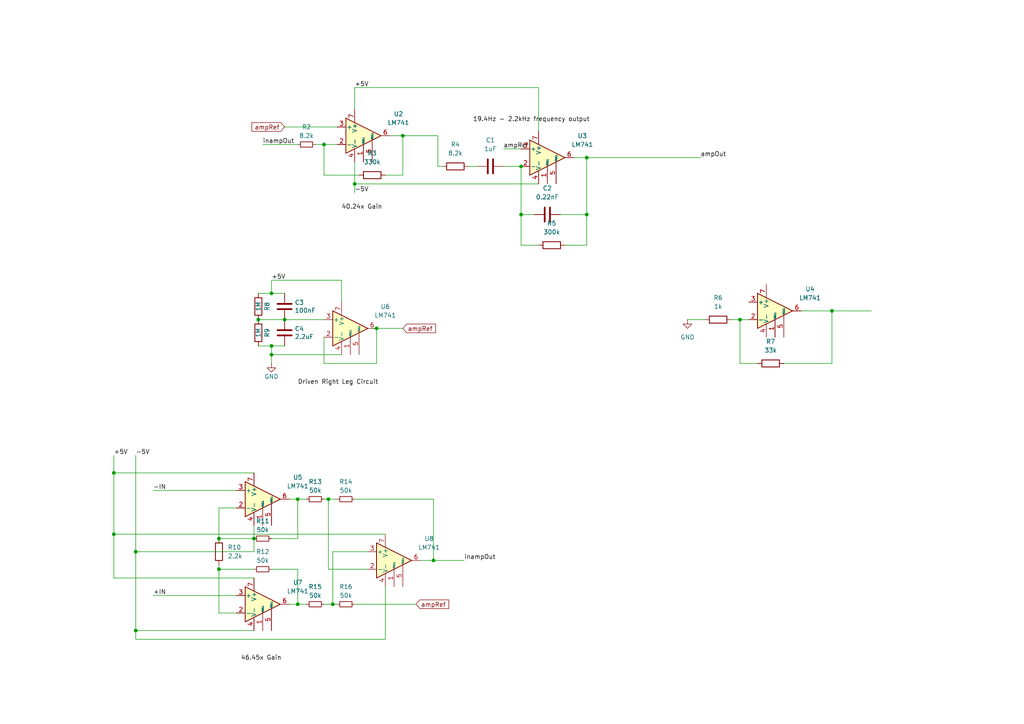
<source format=kicad_sch>
(kicad_sch (version 20231120) (generator "eeschema") (generator_version "8.0")
  (paper "A4")
  (lib_symbols
    (symbol "Amplifier_Operational:LM741" (pin_names (offset 0.127))
      (property "Reference" "U" (at 0 6.35 0))
      (property "Value" "LM741" (at 0 3.81 0))
      (symbol "LM741_0_1"
        (polyline (pts (xy -5.08 5.08) (xy 5.08 0) (xy -5.08 -5.08) (xy -5.08 5.08)) (stroke (width 0.254)) (fill (type background)))
      )
      (symbol "LM741_1_1"
        (pin input line (at 0 -7.62 90) (length 5.08) (name "NULL") (number "1"))
        (pin input line (at -7.62 -2.54 0) (length 2.54) (name "-") (number "2"))
        (pin input line (at -7.62 2.54 0) (length 2.54) (name "+") (number "3"))
        (pin power_in line (at -2.54 -7.62 90) (length 3.81) (name "V-") (number "4"))
        (pin input line (at 2.54 -7.62 90) (length 6.35) (name "NULL") (number "5"))
        (pin output line (at 7.62 0 180) (length 2.54) (name "~") (number "6"))
        (pin power_in line (at -2.54 7.62 270) (length 3.81) (name "V+") (number "7"))
        (pin no_connect line (at 0 2.54 270) (length 2.54) hide (name "NC") (number "8"))
      )
    )
    (symbol "Device:C" (pin_numbers hide) (pin_names (offset 0.254))
      (property "Reference" "C" (at 0.635 2.54 0))
      (property "Value" "C" (at 0.635 -2.54 0))
      (symbol "C_0_1"
        (polyline (pts (xy -2.032 -0.762) (xy 2.032 -0.762)) (stroke (width 0.508)))
        (polyline (pts (xy -2.032 0.762) (xy 2.032 0.762)) (stroke (width 0.508)))
      )
      (symbol "C_1_1"
        (pin passive line (at 0 3.81 270) (length 2.794) (name "~") (number "1"))
        (pin passive line (at 0 -3.81 90) (length 2.794) (name "~") (number "2"))
      )
    )
    (symbol "Device:R" (pin_numbers hide) (pin_names (offset 0))
      (property "Reference" "R" (at 2.032 0 90))
      (property "Value" "R" (at 0 0 90))
      (symbol "R_0_1"
        (rectangle (start -1.016 -2.54) (end 1.016 2.54) (stroke (width 0.254)))
      )
      (symbol "R_1_1"
        (pin passive line (at 0 3.81 270) (length 1.27) (name "~") (number "1"))
        (pin passive line (at 0 -3.81 90) (length 1.27) (name "~") (number "2"))
      )
    )
    (symbol "Device:R_Small" (pin_numbers hide) (pin_names (offset 0.254) hide)
      (property "Reference" "R" (at 0.762 0.508 0))
      (property "Value" "R_Small" (at 0.762 -1.016 0))
      (symbol "R_Small_0_1"
        (rectangle (start -0.762 1.778) (end 0.762 -1.778) (stroke (width 0.2032)))
      )
      (symbol "R_Small_1_1"
        (pin passive line (at 0 2.54 270) (length 0.762) (name "~") (number "1"))
        (pin passive line (at 0 -2.54 90) (length 0.762) (name "~") (number "2"))
      )
    )
    (symbol "power:GND" (power) (pin_numbers hide) (pin_names (offset 0) hide)
      (property "Value" "GND" (at 0 -3.81 0))
      (symbol "GND_0_1"
        (polyline (pts (xy 0 0) (xy 0 -1.27) (xy 1.27 -1.27) (xy 0 -2.54) (xy -1.27 -1.27) (xy 0 -1.27)))
      )
      (symbol "GND_1_1"
        (pin power_in line (at 0 0 270) (length 0) (name "~") (number "1"))
      )
    )
  )
  (junction (at 63.5 156.21))
  (junction (at 109.22 95.25))
  (junction (at 151.13 48.26))
  (junction (at 33.02 137.16))
  (junction (at 116.84 39.37))
  (junction (at 73.66 156.21))
  (junction (at 214.63 92.71))
  (junction (at 82.55 92.71))
  (junction (at 78.74 100.33))
  (junction (at 151.13 62.23))
  (junction (at 125.73 162.56))
  (junction (at 86.36 175.26))
  (junction (at 95.25 144.78))
  (junction (at 102.87 53.34))
  (junction (at 93.98 41.91))
  (junction (at 170.18 45.72))
  (junction (at 241.3 90.17))
  (junction (at 78.74 102.87))
  (junction (at 86.36 144.78))
  (junction (at 74.93 92.71))
  (junction (at 170.18 62.23))
  (junction (at 33.02 154.94))
  (junction (at 78.74 85.09))
  (junction (at 63.5 165.1))
  (junction (at 96.52 175.26))
  (junction (at 39.37 182.88))
  (junction (at 39.37 160.02))
  (wire (pts (xy 78.74 165.1) (xy 86.36 165.1)))
  (wire (pts (xy 86.36 144.78) (xy 88.9 144.78)))
  (wire (pts (xy 106.68 165.1) (xy 95.25 165.1)))
  (wire (pts (xy 86.36 175.26) (xy 88.9 175.26)))
  (wire (pts (xy 102.87 31.75) (xy 102.87 25.4)))
  (wire (pts (xy 99.06 81.28) (xy 78.74 81.28)))
  (wire (pts (xy 170.18 71.12) (xy 170.18 62.23)))
  (wire (pts (xy 96.52 175.26) (xy 97.79 175.26)))
  (wire (pts (xy 121.92 162.56) (xy 125.73 162.56)))
  (wire (pts (xy 241.3 105.41) (xy 241.3 90.17)))
  (wire (pts (xy 232.41 90.17) (xy 241.3 90.17)))
  (wire (pts (xy 33.02 154.94) (xy 111.76 154.94)))
  (wire (pts (xy 78.74 156.21) (xy 86.36 156.21)))
  (wire (pts (xy 39.37 185.42) (xy 111.76 185.42)))
  (wire (pts (xy 151.13 43.18) (xy 146.05 43.18)))
  (wire (pts (xy 170.18 62.23) (xy 170.18 45.72)))
  (wire (pts (xy 91.44 41.91) (xy 93.98 41.91)))
  (wire (pts (xy 93.98 175.26) (xy 96.52 175.26)))
  (wire (pts (xy 99.06 87.63) (xy 99.06 81.28)))
  (wire (pts (xy 125.73 162.56) (xy 134.62 162.56)))
  (wire (pts (xy 78.74 105.41) (xy 78.74 102.87)))
  (wire (pts (xy 82.55 92.71) (xy 93.98 92.71)))
  (wire (pts (xy 76.2 41.91) (xy 86.36 41.91)))
  (wire (pts (xy 102.87 144.78) (xy 125.73 144.78)))
  (wire (pts (xy 127 48.26) (xy 128.27 48.26)))
  (wire (pts (xy 111.76 50.8) (xy 116.84 50.8)))
  (wire (pts (xy 109.22 105.41) (xy 109.22 95.25)))
  (wire (pts (xy 166.37 45.72) (xy 170.18 45.72)))
  (wire (pts (xy 44.45 142.24) (xy 68.58 142.24)))
  (wire (pts (xy 39.37 160.02) (xy 39.37 182.88)))
  (wire (pts (xy 73.66 156.21) (xy 73.66 160.02)))
  (wire (pts (xy 33.02 167.64) (xy 73.66 167.64)))
  (wire (pts (xy 39.37 160.02) (xy 73.66 160.02)))
  (wire (pts (xy 83.82 175.26) (xy 86.36 175.26)))
  (wire (pts (xy 93.98 97.79) (xy 93.98 105.41)))
  (wire (pts (xy 82.55 36.83) (xy 97.79 36.83)))
  (wire (pts (xy 109.22 95.25) (xy 107.95 95.25)))
  (wire (pts (xy 33.02 137.16) (xy 33.02 154.94)))
  (wire (pts (xy 78.74 81.28) (xy 78.74 85.09)))
  (wire (pts (xy 63.5 163.83) (xy 63.5 165.1)))
  (wire (pts (xy 125.73 144.78) (xy 125.73 162.56)))
  (wire (pts (xy 63.5 147.32) (xy 63.5 156.21)))
  (wire (pts (xy 163.83 71.12) (xy 170.18 71.12)))
  (wire (pts (xy 63.5 165.1) (xy 73.66 165.1)))
  (wire (pts (xy 212.09 92.71) (xy 214.63 92.71)))
  (wire (pts (xy 135.89 48.26) (xy 138.43 48.26)))
  (wire (pts (xy 39.37 182.88) (xy 39.37 185.42)))
  (wire (pts (xy 102.87 46.99) (xy 102.87 53.34)))
  (wire (pts (xy 78.74 85.09) (xy 82.55 85.09)))
  (wire (pts (xy 104.14 50.8) (xy 93.98 50.8)))
  (wire (pts (xy 156.21 38.1) (xy 156.21 25.4)))
  (wire (pts (xy 162.56 62.23) (xy 170.18 62.23)))
  (wire (pts (xy 44.45 172.72) (xy 68.58 172.72)))
  (wire (pts (xy 116.84 39.37) (xy 116.84 50.8)))
  (wire (pts (xy 78.74 102.87) (xy 78.74 100.33)))
  (wire (pts (xy 151.13 62.23) (xy 151.13 71.12)))
  (wire (pts (xy 170.18 45.72) (xy 203.2 45.72)))
  (wire (pts (xy 78.74 100.33) (xy 82.55 100.33)))
  (wire (pts (xy 96.52 160.02) (xy 96.52 175.26)))
  (wire (pts (xy 146.05 48.26) (xy 151.13 48.26)))
  (wire (pts (xy 102.87 53.34) (xy 102.87 55.88)))
  (wire (pts (xy 113.03 39.37) (xy 116.84 39.37)))
  (wire (pts (xy 68.58 147.32) (xy 63.5 147.32)))
  (wire (pts (xy 116.84 39.37) (xy 127 39.37)))
  (wire (pts (xy 68.58 177.8) (xy 63.5 177.8)))
  (wire (pts (xy 74.93 92.71) (xy 82.55 92.71)))
  (wire (pts (xy 73.66 137.16) (xy 33.02 137.16)))
  (wire (pts (xy 151.13 62.23) (xy 154.94 62.23)))
  (wire (pts (xy 63.5 156.21) (xy 73.66 156.21)))
  (wire (pts (xy 219.71 105.41) (xy 214.63 105.41)))
  (wire (pts (xy 86.36 165.1) (xy 86.36 175.26)))
  (wire (pts (xy 83.82 144.78) (xy 86.36 144.78)))
  (wire (pts (xy 78.74 102.87) (xy 99.06 102.87)))
  (wire (pts (xy 156.21 71.12) (xy 151.13 71.12)))
  (wire (pts (xy 116.84 95.25) (xy 109.22 95.25)))
  (wire (pts (xy 86.36 156.21) (xy 86.36 144.78)))
  (wire (pts (xy 214.63 92.71) (xy 217.17 92.71)))
  (wire (pts (xy 39.37 132.08) (xy 39.37 160.02)))
  (wire (pts (xy 74.93 100.33) (xy 78.74 100.33)))
  (wire (pts (xy 111.76 170.18) (xy 111.76 185.42)))
  (wire (pts (xy 39.37 182.88) (xy 73.66 182.88)))
  (wire (pts (xy 95.25 144.78) (xy 97.79 144.78)))
  (wire (pts (xy 63.5 156.21) (xy 63.5 157.48)))
  (wire (pts (xy 151.13 48.26) (xy 151.13 62.23)))
  (wire (pts (xy 73.66 152.4) (xy 73.66 156.21)))
  (wire (pts (xy 241.3 90.17) (xy 252.73 90.17)))
  (wire (pts (xy 95.25 165.1) (xy 95.25 144.78)))
  (wire (pts (xy 199.39 92.71) (xy 204.47 92.71)))
  (wire (pts (xy 93.98 144.78) (xy 95.25 144.78)))
  (wire (pts (xy 74.93 85.09) (xy 78.74 85.09)))
  (wire (pts (xy 33.02 132.08) (xy 33.02 137.16)))
  (wire (pts (xy 93.98 50.8) (xy 93.98 41.91)))
  (wire (pts (xy 127 39.37) (xy 127 48.26)))
  (wire (pts (xy 93.98 41.91) (xy 97.79 41.91)))
  (wire (pts (xy 93.98 105.41) (xy 109.22 105.41)))
  (wire (pts (xy 102.87 175.26) (xy 120.65 175.26)))
  (wire (pts (xy 156.21 53.34) (xy 102.87 53.34)))
  (wire (pts (xy 33.02 154.94) (xy 33.02 167.64)))
  (wire (pts (xy 106.68 160.02) (xy 96.52 160.02)))
  (wire (pts (xy 156.21 25.4) (xy 102.87 25.4)))
  (wire (pts (xy 63.5 177.8) (xy 63.5 165.1)))
  (wire (pts (xy 214.63 105.41) (xy 214.63 92.71)))
  (wire (pts (xy 227.33 105.41) (xy 241.3 105.41)))
  (label "ampRef" (at 146.05 43.18 0))
  (label "inampOut" (at 76.2 41.91 0))
  (label "+5V" (at 33.02 132.08 0))
  (label "inampOut" (at 134.62 162.56 0))
  (label "Driven Right Leg Circuit" (at 86.36 111.76 0))
  (label "ampOut" (at 203.2 45.72 0))
  (label "+5V" (at 102.87 25.4 0))
  (label "46.45x Gain" (at 69.85 191.77 0))
  (label "-IN " (at 44.45 142.24 0))
  (label "19.4Hz - 2.2kHz frequency output" (at 137.16 35.56 0))
  (label "+IN" (at 44.45 172.72 0))
  (label "-5V" (at 39.37 132.08 0))
  (label "40.24x Gain" (at 99.06 60.96 0))
  (label "+5V" (at 78.74 81.28 0))
  (label "-5V" (at 102.87 55.88 0))
  (global_label "ampRef" (shape input) (at 120.65 175.26 0) (property "Intersheetrefs" "${INTERSHEET_REFS}" (effects (hide yes))))
  (global_label "ampRef" (shape input) (at 82.55 36.83 180) (property "Intersheetrefs" "${INTERSHEET_REFS}" (effects (hide yes))))
  (global_label "ampRef" (shape input) (at 116.84 95.25 0) (property "Intersheetrefs" "${INTERSHEET_REFS}" (effects (hide yes))))
  (symbol (lib_id "Device:R") (at 160.02 71.12 90) (unit 1)
    (property "Reference" "R5" (at 160.02 64.77 90))
    (property "Value" "300k" (at 160.02 67.31 90))
    (property "Description" "Resistor" (effects (hide yes)))
  )
  (symbol (lib_id "power:GND") (at 78.74 105.41 0) (unit 1)
    (property "Reference" "#PWR05" (effects (hide yes)))
    (property "Value" "GND" (at 78.74 109.22 0))
  )
  (symbol (lib_id "Amplifier_Operational:LM741") (at 105.41 39.37 0) (unit 1)
    (property "Reference" "U2" (at 115.57 33.0514 0))
    (property "Value" "LM741" (at 115.57 35.5914 0))
    (property "Datasheet" "http://www.ti.com/lit/ds/symlink/lm741.pdf" (effects (hide yes)))
    (property "Description" "Operational Amplifier, DIP-8/TO-99-8" (effects (hide yes)))
  )
  (symbol (lib_id "Device:R_Small") (at 76.2 165.1 90) (unit 1)
    (property "Reference" "R12" (at 76.2 160.02 90))
    (property "Value" "50k" (at 76.2 162.56 90))
    (property "Description" "Resistor, small symbol" (effects (hide yes)))
  )
  (symbol (lib_id "Device:R") (at 74.93 88.9 180) (unit 1)
    (property "Reference" "R8" (at 77.47 88.9 90))
    (property "Value" "1M" (at 74.93 88.9 90))
    (property "Footprint" "Resistor_SMD:R_0805_2012Metric_Pad1.20x1.40mm_HandSolder" (effects (hide yes)))
  )
  (symbol (lib_id "Device:R_Small") (at 76.2 156.21 90) (unit 1)
    (property "Reference" "R11" (at 76.2 151.13 90))
    (property "Value" "50k" (at 76.2 153.67 90))
    (property "Description" "Resistor, small symbol" (effects (hide yes)))
  )
  (symbol (lib_id "Device:C") (at 158.75 62.23 270) (unit 1)
    (property "Reference" "C2" (at 158.75 54.61 90))
    (property "Value" "0.22nF" (at 158.75 57.15 90))
    (property "Description" "Unpolarized capacitor" (effects (hide yes)))
  )
  (symbol (lib_id "Device:C") (at 82.55 88.9 180) (unit 1)
    (property "Reference" "C3" (at 85.471 87.7316 0) (effects (justify right)))
    (property "Value" "100nF" (at 85.471 90.043 0) (effects (justify right)))
    (property "Footprint" "Capacitor_SMD:C_0805_2012Metric_Pad1.18x1.45mm_HandSolder" (effects (hide yes)))
  )
  (symbol (lib_id "Device:R") (at 223.52 105.41 90) (unit 1)
    (property "Reference" "R7" (at 223.52 99.06 90))
    (property "Value" "33k" (at 223.52 101.6 90))
    (property "Description" "Resistor" (effects (hide yes)))
  )
  (symbol (lib_id "Device:R_Small") (at 100.33 175.26 90) (unit 1)
    (property "Reference" "R16" (at 100.33 170.18 90))
    (property "Value" "50k" (at 100.33 172.72 90))
    (property "Description" "Resistor, small symbol" (effects (hide yes)))
  )
  (symbol (lib_id "Device:C") (at 142.24 48.26 90) (unit 1)
    (property "Reference" "C1" (at 142.24 40.64 90))
    (property "Value" "1uF" (at 142.24 43.18 90))
    (property "Description" "Unpolarized capacitor" (effects (hide yes)))
  )
  (symbol (lib_id "power:GND") (at 199.39 92.71 0) (unit 1)
    (property "Reference" "#PWR02" (effects (hide yes)))
    (property "Value" "GND" (at 199.39 97.79 0))
    (property "Description" "Power symbol creates a global label with name \"GND\" , ground" (effects (hide yes)))
  )
  (symbol (lib_id "Device:R") (at 63.5 160.02 180) (unit 1)
    (property "Reference" "R10" (at 66.04 158.7499 0) (effects (justify right)))
    (property "Value" "2.2k" (at 66.04 161.2899 0) (effects (justify right)))
    (property "Description" "Resistor" (effects (hide yes)))
  )
  (symbol (lib_id "Device:R") (at 208.28 92.71 90) (unit 1)
    (property "Reference" "R6" (at 208.28 86.36 90))
    (property "Value" "1k" (at 208.28 88.9 90))
    (property "Description" "Resistor" (effects (hide yes)))
  )
  (symbol (lib_id "Amplifier_Operational:LM741") (at 101.6 95.25 0) (unit 1)
    (property "Reference" "U6" (at 111.76 88.9314 0))
    (property "Value" "LM741" (at 111.76 91.4714 0))
    (property "Datasheet" "http://www.ti.com/lit/ds/symlink/lm741.pdf" (effects (hide yes)))
    (property "Description" "Operational Amplifier, DIP-8/TO-99-8" (effects (hide yes)))
  )
  (symbol (lib_id "Device:R_Small") (at 88.9 41.91 90) (unit 1)
    (property "Reference" "R2" (at 88.9 36.83 90))
    (property "Value" "8.2k" (at 88.9 39.37 90))
    (property "Description" "Resistor, small symbol" (effects (hide yes)))
  )
  (symbol (lib_id "Device:R_Small") (at 91.44 175.26 90) (unit 1)
    (property "Reference" "R15" (at 91.44 170.18 90))
    (property "Value" "50k" (at 91.44 172.72 90))
    (property "Description" "Resistor, small symbol" (effects (hide yes)))
  )
  (symbol (lib_id "Amplifier_Operational:LM741") (at 224.79 90.17 0) (unit 1)
    (property "Reference" "U4" (at 234.95 83.8514 0))
    (property "Value" "LM741" (at 234.95 86.3914 0))
    (property "Datasheet" "http://www.ti.com/lit/ds/symlink/lm741.pdf" (effects (hide yes)))
    (property "Description" "Operational Amplifier, DIP-8/TO-99-8" (effects (hide yes)))
  )
  (symbol (lib_id "Amplifier_Operational:LM741") (at 76.2 175.26 0) (unit 1)
    (property "Reference" "U7" (at 86.36 168.9414 0))
    (property "Value" "LM741" (at 86.36 171.4814 0))
    (property "Datasheet" "http://www.ti.com/lit/ds/symlink/lm741.pdf" (effects (hide yes)))
    (property "Description" "Operational Amplifier, DIP-8/TO-99-8" (effects (hide yes)))
  )
  (symbol (lib_id "Device:R") (at 107.95 50.8 90) (unit 1)
    (property "Reference" "R3" (at 107.95 44.45 90))
    (property "Value" "330k" (at 107.95 46.99 90))
    (property "Description" "Resistor" (effects (hide yes)))
  )
  (symbol (lib_id "Device:R") (at 74.93 96.52 180) (unit 1)
    (property "Reference" "R9" (at 77.47 96.52 90))
    (property "Value" "1M" (at 74.93 96.52 90))
    (property "Footprint" "Resistor_SMD:R_0805_2012Metric_Pad1.20x1.40mm_HandSolder" (effects (hide yes)))
  )
  (symbol (lib_id "Device:R_Small") (at 91.44 144.78 90) (unit 1)
    (property "Reference" "R13" (at 91.44 139.7 90))
    (property "Value" "50k" (at 91.44 142.24 90))
    (property "Description" "Resistor, small symbol" (effects (hide yes)))
  )
  (symbol (lib_id "Device:C") (at 82.55 96.52 180) (unit 1)
    (property "Reference" "C4" (at 85.471 95.3516 0) (effects (justify right)))
    (property "Value" "2.2uF" (at 85.471 97.663 0) (effects (justify right)))
    (property "Footprint" "Capacitor_SMD:C_0805_2012Metric_Pad1.18x1.45mm_HandSolder" (effects (hide yes)))
  )
  (symbol (lib_id "Device:R") (at 132.08 48.26 90) (unit 1)
    (property "Reference" "R4" (at 132.08 41.91 90))
    (property "Value" "8.2k" (at 132.08 44.45 90))
    (property "Description" "Resistor" (effects (hide yes)))
  )
  (symbol (lib_id "Amplifier_Operational:LM741") (at 114.3 162.56 0) (unit 1)
    (property "Reference" "U8" (at 124.46 156.2414 0))
    (property "Value" "LM741" (at 124.46 158.7814 0))
    (property "Datasheet" "http://www.ti.com/lit/ds/symlink/lm741.pdf" (effects (hide yes)))
    (property "Description" "Operational Amplifier, DIP-8/TO-99-8" (effects (hide yes)))
  )
  (symbol (lib_id "Device:R_Small") (at 100.33 144.78 90) (unit 1)
    (property "Reference" "R14" (at 100.33 139.7 90))
    (property "Value" "50k" (at 100.33 142.24 90))
    (property "Description" "Resistor, small symbol" (effects (hide yes)))
  )
  (symbol (lib_id "Amplifier_Operational:LM741") (at 158.75 45.72 0) (unit 1)
    (property "Reference" "U3" (at 168.91 39.4014 0))
    (property "Value" "LM741" (at 168.91 41.9414 0))
    (property "Datasheet" "http://www.ti.com/lit/ds/symlink/lm741.pdf" (effects (hide yes)))
    (property "Description" "Operational Amplifier, DIP-8/TO-99-8" (effects (hide yes)))
  )
  (symbol (lib_id "Amplifier_Operational:LM741") (at 76.2 144.78 0) (unit 1)
    (property "Reference" "U5" (at 86.36 138.4614 0))
    (property "Value" "LM741" (at 86.36 141.0014 0))
    (property "Datasheet" "http://www.ti.com/lit/ds/symlink/lm741.pdf" (effects (hide yes)))
    (property "Description" "Operational Amplifier, DIP-8/TO-99-8" (effects (hide yes)))
  )
)
</source>
